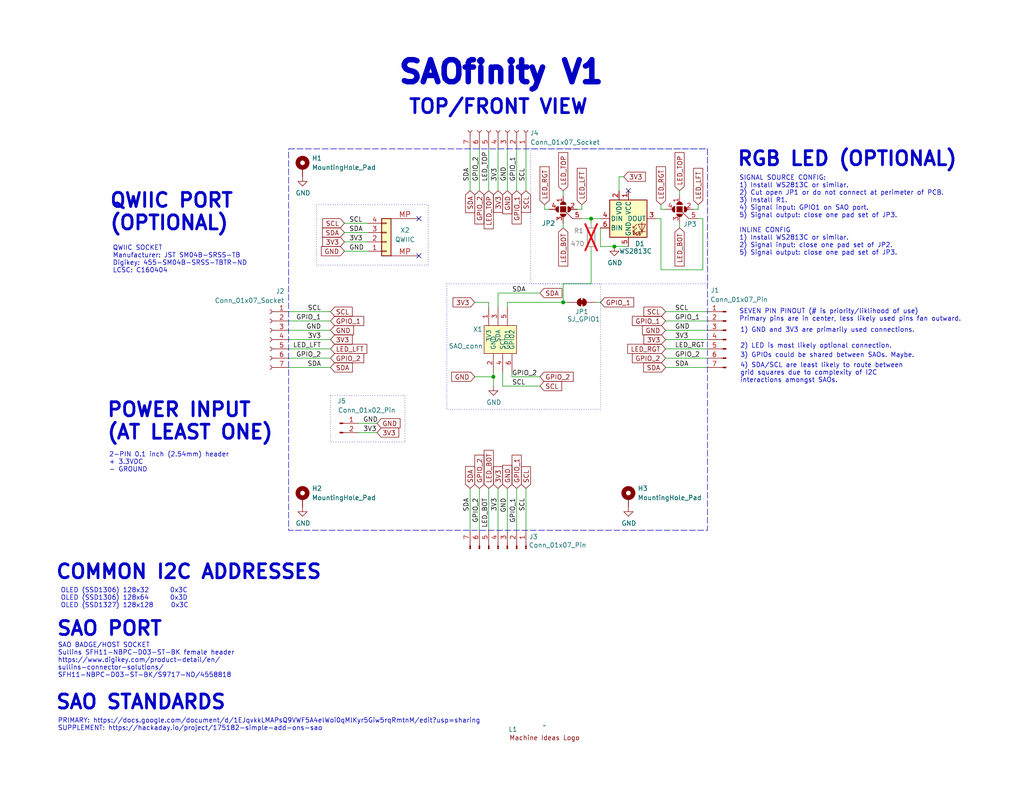
<source format=kicad_sch>
(kicad_sch (version 20231120) (generator "eeschema") (generator_version "8.0")
  (paper "A")
  (title_block (title "SAOfinity") (date "2025-09-22") (rev "1.0") (comment 1 "In collaboration with Jeremy Geppert") (comment 2 "PCB Design by Andy Geppert @ www.MachineIdeas.com") (comment 4 "All non-polarized capacitors are X7R or X5R ceramic unless otherwise noted."))
  (lib_symbols
    (symbol "ANDY_SYMBOL_LIBRARY:GND" (power) (pin_names (offset 0))
      (property "Value" "GND" (at 3.937 -1.905 0))
      (symbol "GND_0_1"
        (polyline (pts (xy 0 0) (xy 0 -1.27) (xy 1.27 -1.27) (xy 0 -2.54) (xy -1.27 -1.27) (xy 0 -1.27)))
      )
      (symbol "GND_1_1"
        (pin power_in line (at 0 0 270) (length 0) hide (name "GND") (number "1"))
      )
    )
    (symbol "ANDY_SYMBOL_LIBRARY:Machine_Ideas_Logo"
      (property "Reference" "L" (at 0 0 0))
      (symbol "Machine_Ideas_Logo_1_1"
        (text "Machine Ideas Logo" (at 8.89 -2.032 0) (effects (font (size 1.27 1.27))))
      )
    )
    (symbol "ANDY_SYMBOL_LIBRARY:SAO_conn_SFH11-NBPC-D03-ST-BK-badgelife_shitty_addon_v169bis" (pin_names (offset 1.016))
      (property "Reference" "X1" (at -8.1534 1.1938 0))
      (property "Value" "SAO_conn_SFH11-NBPC-D03-ST-BK" (at -10.6934 -18.9484 0))
      (symbol "SAO_conn_SFH11-NBPC-D03-ST-BK-badgelife_shitty_addon_v169bis_0_1"
        (rectangle (start -5.08 2.54) (end 3.81 -5.08) (fill (type background)))
      )
      (symbol "SAO_conn_SFH11-NBPC-D03-ST-BK-badgelife_shitty_addon_v169bis_1_1"
        (pin input line (at -3.81 7.62 270) (length 5.08) (name "3V3") (number "1"))
        (pin input line (at -2.54 -10.16 90) (length 5.08) (name "GND") (number "2"))
        (pin input line (at -1.27 7.62 270) (length 5.08) (name "SDA") (number "3"))
        (pin input line (at 0 -10.16 90) (length 5.08) (name "SCL") (number "4"))
        (pin input line (at 1.27 7.62 270) (length 5.08) (name "GPIO1") (number "5"))
        (pin input line (at 2.54 -10.16 90) (length 5.08) (name "GPIO2") (number "6"))
      )
    )
    (symbol "Andy_Symbols_Library:SolderJumper_5_Open" (pin_names (offset 0) hide) (exclude_from_sim yes) (in_bom no)
      (property "Reference" "JP6" (at 3.048 4.572 0))
      (property "Value" "SolderJumper_5_Open" (at 11.684 2.794 0))
      (symbol "SolderJumper_5_Open_0_1"
        (arc (start -1.2744 0.762) (mid -2.032 0) (end -1.2744 -0.762))
        (arc (start -1.2744 0.762) (mid -2.032 0) (end -1.2744 -0.762) (fill (type outline)))
        (arc (start -0.762 -1.2744) (mid 0 -2.032) (end 0.762 -1.2744))
        (arc (start -0.762 -1.2744) (mid 0 -2.032) (end 0.762 -1.2744) (fill (type outline)))
        (rectangle (start -0.762 0.762) (end 0.762 -0.762) (fill (type outline)))
        (polyline (pts (xy -1.27 0) (xy -1.27 -0.762)))
        (polyline (pts (xy -1.27 0.762) (xy -1.27 0)))
        (polyline (pts (xy -0.762 -1.27) (xy 0 -1.27)))
        (polyline (pts (xy 0 -1.27) (xy 0.762 -1.27)))
        (polyline (pts (xy 0 0) (xy 2.54 -2.54)))
        (polyline (pts (xy 0 1.27) (xy -0.762 1.27)))
        (polyline (pts (xy 0.762 1.27) (xy 0 1.27)))
        (polyline (pts (xy 1.27 -0.762) (xy 1.27 0)))
        (polyline (pts (xy 1.27 0) (xy 1.27 0.762)))
        (polyline (pts (xy 2.54 0) (xy 2.032 0)))
        (arc (start 0.762 1.2744) (mid 0 2.032) (end -0.762 1.2744))
        (arc (start 0.762 1.2744) (mid 0 2.032) (end -0.762 1.2744) (fill (type outline)))
        (arc (start 1.2744 -0.762) (mid 2.032 0) (end 1.2744 0.762))
        (arc (start 1.2744 -0.762) (mid 2.032 0) (end 1.2744 0.762) (fill (type outline)))
      )
      (symbol "SolderJumper_5_Open_1_1"
        (pin passive line (at 0 3.81 270) (length 2.54) (name "A") (number "1"))
        (pin passive line (at 3.81 0 180) (length 2.54) (name "B") (number "2"))
        (pin passive line (at 0 -3.81 90) (length 2.54) (name "C") (number "3"))
        (pin passive line (at -3.81 0 0) (length 2.54) (name "D") (number "4"))
        (pin passive line (at 5.08 -2.54 180) (length 2.54) (name "E") (number "5"))
      )
    )
    (symbol "CORE_64_LIBRARY:Connector_QWIIC_4x1_MP" (pin_names (offset 1.016) hide)
      (property "Reference" "J" (at 0 5.08 0))
      (property "Value" "Connector_QWIIC_4x1_MP" (at 0 -7.62 0))
      (symbol "Connector_QWIIC_4x1_MP_1_1"
        (rectangle (start -1.27 -4.953) (end 0 -5.207) (stroke (width 0.1524)))
        (rectangle (start -1.27 -2.413) (end 0 -2.667) (stroke (width 0.1524)))
        (rectangle (start -1.27 0.127) (end 0 -0.127) (stroke (width 0.1524)))
        (rectangle (start -1.27 2.667) (end 0 2.413) (stroke (width 0.1524)))
        (rectangle (start -1.27 3.81) (end 1.27 -6.35) (stroke (width 0.254)) (fill (type background)))
        (pin passive line (at -5.08 2.54 0) (length 3.81) (name "Pin_1") (number "1"))
        (pin passive line (at -5.08 0 0) (length 3.81) (name "Pin_2") (number "2"))
        (pin passive line (at -5.08 -2.54 0) (length 3.81) (name "Pin_3") (number "3"))
        (pin passive line (at -5.08 -5.08 0) (length 3.81) (name "Pin_4") (number "4"))
        (pin free line (at 8.89 -6.35 180) (length 7.62) (name "MP") (number "MP"))
        (pin free line (at 8.89 3.81 180) (length 7.62) (name "MP") (number "MP"))
      )
    )
    (symbol "Connector:Conn_01x02_Pin" (pin_names (offset 1.016) hide)
      (property "Reference" "J" (at 0 2.54 0))
      (property "Value" "Conn_01x02_Pin" (at 0 -5.08 0))
      (symbol "Conn_01x02_Pin_1_1"
        (polyline (pts (xy 1.27 -2.54) (xy 0.8636 -2.54)) (stroke (width 0.1524)))
        (polyline (pts (xy 1.27 0) (xy 0.8636 0)) (stroke (width 0.1524)))
        (rectangle (start 0.8636 -2.413) (end 0 -2.667) (stroke (width 0.1524)) (fill (type outline)))
        (rectangle (start 0.8636 0.127) (end 0 -0.127) (stroke (width 0.1524)) (fill (type outline)))
        (pin passive line (at 5.08 0 180) (length 3.81) (name "Pin_1") (number "1"))
        (pin passive line (at 5.08 -2.54 180) (length 3.81) (name "Pin_2") (number "2"))
      )
    )
    (symbol "Connector:Conn_01x07_Pin" (pin_names (offset 1.016) hide)
      (property "Reference" "J" (at 0 10.16 0))
      (property "Value" "Conn_01x07_Pin" (at 0 -10.16 0))
      (symbol "Conn_01x07_Pin_1_1"
        (polyline (pts (xy 1.27 -7.62) (xy 0.8636 -7.62)) (stroke (width 0.1524)))
        (polyline (pts (xy 1.27 -5.08) (xy 0.8636 -5.08)) (stroke (width 0.1524)))
        (polyline (pts (xy 1.27 -2.54) (xy 0.8636 -2.54)) (stroke (width 0.1524)))
        (polyline (pts (xy 1.27 0) (xy 0.8636 0)) (stroke (width 0.1524)))
        (polyline (pts (xy 1.27 2.54) (xy 0.8636 2.54)) (stroke (width 0.1524)))
        (polyline (pts (xy 1.27 5.08) (xy 0.8636 5.08)) (stroke (width 0.1524)))
        (polyline (pts (xy 1.27 7.62) (xy 0.8636 7.62)) (stroke (width 0.1524)))
        (rectangle (start 0.8636 -7.493) (end 0 -7.747) (stroke (width 0.1524)) (fill (type outline)))
        (rectangle (start 0.8636 -4.953) (end 0 -5.207) (stroke (width 0.1524)) (fill (type outline)))
        (rectangle (start 0.8636 -2.413) (end 0 -2.667) (stroke (width 0.1524)) (fill (type outline)))
        (rectangle (start 0.8636 0.127) (end 0 -0.127) (stroke (width 0.1524)) (fill (type outline)))
        (rectangle (start 0.8636 2.667) (end 0 2.413) (stroke (width 0.1524)) (fill (type outline)))
        (rectangle (start 0.8636 5.207) (end 0 4.953) (stroke (width 0.1524)) (fill (type outline)))
        (rectangle (start 0.8636 7.747) (end 0 7.493) (stroke (width 0.1524)) (fill (type outline)))
        (pin passive line (at 5.08 7.62 180) (length 3.81) (name "Pin_1") (number "1"))
        (pin passive line (at 5.08 5.08 180) (length 3.81) (name "Pin_2") (number "2"))
        (pin passive line (at 5.08 2.54 180) (length 3.81) (name "Pin_3") (number "3"))
        (pin passive line (at 5.08 0 180) (length 3.81) (name "Pin_4") (number "4"))
        (pin passive line (at 5.08 -2.54 180) (length 3.81) (name "Pin_5") (number "5"))
        (pin passive line (at 5.08 -5.08 180) (length 3.81) (name "Pin_6") (number "6"))
        (pin passive line (at 5.08 -7.62 180) (length 3.81) (name "Pin_7") (number "7"))
      )
    )
    (symbol "Connector:Conn_01x07_Socket" (pin_names (offset 1.016) hide)
      (property "Reference" "J" (at 0 10.16 0))
      (property "Value" "Conn_01x07_Socket" (at 0 -10.16 0))
      (symbol "Conn_01x07_Socket_1_1"
        (arc (start 0 -7.112) (mid -0.5058 -7.62) (end 0 -8.128) (stroke (width 0.1524)))
        (arc (start 0 -4.572) (mid -0.5058 -5.08) (end 0 -5.588) (stroke (width 0.1524)))
        (arc (start 0 -2.032) (mid -0.5058 -2.54) (end 0 -3.048) (stroke (width 0.1524)))
        (polyline (pts (xy -1.27 -7.62) (xy -0.508 -7.62)) (stroke (width 0.1524)))
        (polyline (pts (xy -1.27 -5.08) (xy -0.508 -5.08)) (stroke (width 0.1524)))
        (polyline (pts (xy -1.27 -2.54) (xy -0.508 -2.54)) (stroke (width 0.1524)))
        (polyline (pts (xy -1.27 0) (xy -0.508 0)) (stroke (width 0.1524)))
        (polyline (pts (xy -1.27 2.54) (xy -0.508 2.54)) (stroke (width 0.1524)))
        (polyline (pts (xy -1.27 5.08) (xy -0.508 5.08)) (stroke (width 0.1524)))
        (polyline (pts (xy -1.27 7.62) (xy -0.508 7.62)) (stroke (width 0.1524)))
        (arc (start 0 0.508) (mid -0.5058 0) (end 0 -0.508) (stroke (width 0.1524)))
        (arc (start 0 3.048) (mid -0.5058 2.54) (end 0 2.032) (stroke (width 0.1524)))
        (arc (start 0 5.588) (mid -0.5058 5.08) (end 0 4.572) (stroke (width 0.1524)))
        (arc (start 0 8.128) (mid -0.5058 7.62) (end 0 7.112) (stroke (width 0.1524)))
        (pin passive line (at -5.08 7.62 0) (length 3.81) (name "Pin_1") (number "1"))
        (pin passive line (at -5.08 5.08 0) (length 3.81) (name "Pin_2") (number "2"))
        (pin passive line (at -5.08 2.54 0) (length 3.81) (name "Pin_3") (number "3"))
        (pin passive line (at -5.08 0 0) (length 3.81) (name "Pin_4") (number "4"))
        (pin passive line (at -5.08 -2.54 0) (length 3.81) (name "Pin_5") (number "5"))
        (pin passive line (at -5.08 -5.08 0) (length 3.81) (name "Pin_6") (number "6"))
        (pin passive line (at -5.08 -7.62 0) (length 3.81) (name "Pin_7") (number "7"))
      )
    )
    (symbol "Device:R" (pin_numbers hide) (pin_names (offset 0))
      (property "Reference" "R" (at 2.032 0 90))
      (property "Value" "R" (at 0 0 90))
      (symbol "R_0_1"
        (rectangle (start -1.016 -2.54) (end 1.016 2.54) (stroke (width 0.254)))
      )
      (symbol "R_1_1"
        (pin passive line (at 0 3.81 270) (length 1.27) (name "~") (number "1"))
        (pin passive line (at 0 -3.81 90) (length 1.27) (name "~") (number "2"))
      )
    )
    (symbol "Jumper:SolderJumper_2_Bridged" (pin_numbers hide) (pin_names (offset 0) hide) (exclude_from_sim yes) (in_bom no)
      (property "Reference" "JP" (at 0 2.032 0))
      (property "Value" "SolderJumper_2_Bridged" (at 0 -2.54 0))
      (symbol "SolderJumper_2_Bridged_0_1"
        (rectangle (start -0.508 0.508) (end 0.508 -0.508) (fill (type outline)))
        (arc (start -0.254 1.016) (mid -1.2656 0) (end -0.254 -1.016))
        (arc (start -0.254 1.016) (mid -1.2656 0) (end -0.254 -1.016) (fill (type outline)))
        (polyline (pts (xy -0.254 1.016) (xy -0.254 -1.016)))
        (polyline (pts (xy 0.254 1.016) (xy 0.254 -1.016)))
        (arc (start 0.254 -1.016) (mid 1.2656 0) (end 0.254 1.016))
        (arc (start 0.254 -1.016) (mid 1.2656 0) (end 0.254 1.016) (fill (type outline)))
      )
      (symbol "SolderJumper_2_Bridged_1_1"
        (pin passive line (at -3.81 0 0) (length 2.54) (name "A") (number "1"))
        (pin passive line (at 3.81 0 180) (length 2.54) (name "B") (number "2"))
      )
    )
    (symbol "LED:WS2813" (pin_names (offset 0.254))
      (property "Reference" "D" (at 5.08 5.715 0))
      (property "Value" "WS2813" (at 1.27 -5.715 0))
      (symbol "WS2813_0_0"
        (text "RGB" (at 2.286 -4.191 0) (effects (font (size 0.762 0.762))))
      )
      (symbol "WS2813_0_1"
        (polyline (pts (xy 1.27 -3.556) (xy 1.778 -3.556)))
        (polyline (pts (xy 1.27 -2.54) (xy 1.778 -2.54)))
        (polyline (pts (xy 4.699 -3.556) (xy 2.667 -3.556)))
        (polyline (pts (xy 2.286 -2.54) (xy 1.27 -3.556) (xy 1.27 -3.048)))
        (polyline (pts (xy 2.286 -1.524) (xy 1.27 -2.54) (xy 1.27 -2.032)))
        (polyline (pts (xy 3.683 -1.016) (xy 3.683 -3.556) (xy 3.683 -4.064)))
        (polyline (pts (xy 4.699 -1.524) (xy 2.667 -1.524) (xy 3.683 -3.556) (xy 4.699 -1.524)))
        (rectangle (start 5.08 5.08) (end -5.08 -5.08) (stroke (width 0.254)) (fill (type background)))
      )
      (symbol "WS2813_1_1"
        (pin power_in line (at 0 7.62 270) (length 2.54) (name "VCC") (number "1"))
        (pin power_in line (at -2.54 7.62 270) (length 2.54) (name "VDD") (number "2"))
        (pin output line (at 7.62 0 180) (length 2.54) (name "DOUT") (number "3"))
        (pin input line (at -7.62 0 0) (length 2.54) (name "DIN") (number "4"))
        (pin power_in line (at 0 -7.62 90) (length 2.54) (name "GND") (number "5"))
        (pin input line (at -7.62 -2.54 0) (length 2.54) (name "BIN") (number "6"))
      )
    )
    (symbol "Mechanical:MountingHole_Pad" (pin_numbers hide) (pin_names (offset 1.016) hide) (exclude_from_sim yes) (in_bom no)
      (property "Reference" "H" (at 0 6.35 0))
      (property "Value" "MountingHole_Pad" (at 0 4.445 0))
      (symbol "MountingHole_Pad_0_1"
        (circle (center 0 1.27) (radius 1.27) (stroke (width 1.27)))
      )
      (symbol "MountingHole_Pad_1_1"
        (pin input line (at 0 -2.54 90) (length 2.54) (name "1") (number "1"))
      )
    )
  )
  (bus_alias "CA_SHIFT_REGISTER_BUS" (members "CM_SR_CLK" "CM_SR_LAT" "CM_SR_~{OE}" "CM_SR_SER1"))
  (bus_alias "CM_TRANSISTOR_DRIVE_BUS" (members "CM_Q1N" "CM_Q1P" "CM_Q2N" "CM_Q2P" "CM_Q3N" "CM_Q3P" "CM_Q4N" "CM_Q4P" "CM_Q5N" "CM_Q5P" "CM_Q6N" "CM_Q6P" "CM_Q7N" "CM_Q7P" "CM_Q8N" "CM_Q8P" "CM_Q9N" "CM_Q9P" "CM_Q10N" "CM_Q10P" "CA_SR_GPO_A" "CA_SR_GPO_B" "CA_SR_GPO_C" "CA_SR_GPO_D"))
  (bus_alias "GPIO_CPS_BUS" (members "GPIO1_CP1_SAO1" "GPIO2_CP2_SAO2" "GPIO3_CP3_DC" "GPIO4_CP4_CS2" "GPIO5_CP5_HS1" "GPIO6_CP6_HS2" "GPIO7_CP7_HS3" "GPIO8_CP8_HS4"))
  (bus_alias "I2C_3V3_BUS" (members "I2C_3V3_SCL" "I2C_3V3_SDA"))
  (bus_alias "SPI_3V3_BUS" (members "SPI_CD" "SPI_RESET" "SPI_SDI" "SPI_CS1" "SPI_CLK" "SPI_SDO"))
  (junction (at 161.29 59.69))
  (junction (at 167.64 67.31))
  (junction (at 134.62 102.87))
  (junction (at 153.67 82.55))
  (no_connect (at 171.45 52.07))
  (no_connect (at 114.3 59.69))
  (no_connect (at 114.3 69.85))
  (wire (pts (xy 158.75 55.88) (xy 158.75 57.15)))
  (wire (pts (xy 130.81 52.07) (xy 130.81 40.64)))
  (wire (pts (xy 137.16 105.41) (xy 137.16 101.6)))
  (wire (pts (xy 185.42 60.96) (xy 185.42 62.23)))
  (wire (pts (xy 180.34 55.88) (xy 180.34 57.15)))
  (wire (pts (xy 153.67 77.47) (xy 161.29 77.47)))
  (wire (pts (xy 191.77 59.69) (xy 191.77 73.66)))
  (wire (pts (xy 97.79 118.11) (xy 102.87 118.11)))
  (wire (pts (xy 90.17 92.71) (xy 78.74 92.71)))
  (wire (pts (xy 135.89 133.35) (xy 135.89 144.78)))
  (wire (pts (xy 90.17 87.63) (xy 78.74 87.63)))
  (wire (pts (xy 90.17 95.25) (xy 78.74 95.25)))
  (wire (pts (xy 129.54 102.87) (xy 134.62 102.87)))
  (wire (pts (xy 128.27 133.35) (xy 128.27 144.78)))
  (wire (pts (xy 149.86 57.15) (xy 148.59 57.15)))
  (wire (pts (xy 137.16 105.41) (xy 147.32 105.41)))
  (wire (pts (xy 93.98 60.96) (xy 100.33 60.96)))
  (wire (pts (xy 170.18 48.26) (xy 168.91 48.26)))
  (wire (pts (xy 135.89 52.07) (xy 135.89 40.64)))
  (wire (pts (xy 90.17 85.09) (xy 78.74 85.09)))
  (wire (pts (xy 93.98 68.58) (xy 100.33 68.58)))
  (wire (pts (xy 161.29 59.69) (xy 161.29 60.96)))
  (wire (pts (xy 161.29 59.69) (xy 163.83 59.69)))
  (wire (pts (xy 138.43 52.07) (xy 138.43 40.64)))
  (wire (pts (xy 153.67 60.96) (xy 153.67 62.23)))
  (wire (pts (xy 138.43 82.55) (xy 153.67 82.55)))
  (wire (pts (xy 93.98 66.04) (xy 100.33 66.04)))
  (wire (pts (xy 143.51 52.07) (xy 143.51 40.64)))
  (wire (pts (xy 134.62 102.87) (xy 134.62 101.6)))
  (wire (pts (xy 168.91 48.26) (xy 168.91 52.07)))
  (wire (pts (xy 158.75 59.69) (xy 161.29 59.69)))
  (wire (pts (xy 171.45 67.31) (xy 167.64 67.31)))
  (wire (pts (xy 93.98 63.5) (xy 100.33 63.5)))
  (wire (pts (xy 181.61 90.17) (xy 193.04 90.17)))
  (wire (pts (xy 90.17 97.79) (xy 78.74 97.79)))
  (wire (pts (xy 189.23 57.15) (xy 190.5 57.15)))
  (wire (pts (xy 181.61 85.09) (xy 193.04 85.09)))
  (wire (pts (xy 162.56 82.55) (xy 163.83 82.55)))
  (wire (pts (xy 181.61 87.63) (xy 193.04 87.63)))
  (wire (pts (xy 133.35 133.35) (xy 133.35 144.78)))
  (wire (pts (xy 190.5 59.69) (xy 191.77 59.69)))
  (wire (pts (xy 180.34 73.66) (xy 180.34 59.69)))
  (wire (pts (xy 128.27 52.07) (xy 128.27 40.64)))
  (wire (pts (xy 158.75 57.15) (xy 157.48 57.15)))
  (wire (pts (xy 139.7 102.87) (xy 147.32 102.87)))
  (wire (pts (xy 163.83 67.31) (xy 163.83 62.23)))
  (wire (pts (xy 181.61 95.25) (xy 193.04 95.25)))
  (wire (pts (xy 97.79 115.57) (xy 102.87 115.57)))
  (wire (pts (xy 180.34 57.15) (xy 181.61 57.15)))
  (wire (pts (xy 133.35 82.55) (xy 133.35 83.82)))
  (wire (pts (xy 153.67 77.47) (xy 153.67 82.55)))
  (wire (pts (xy 161.29 68.58) (xy 161.29 77.47)))
  (wire (pts (xy 134.62 105.41) (xy 134.62 102.87)))
  (wire (pts (xy 167.64 67.31) (xy 163.83 67.31)))
  (wire (pts (xy 139.7 101.6) (xy 139.7 102.87)))
  (wire (pts (xy 133.35 52.07) (xy 133.35 40.64)))
  (wire (pts (xy 191.77 73.66) (xy 180.34 73.66)))
  (wire (pts (xy 190.5 57.15) (xy 190.5 55.88)))
  (wire (pts (xy 140.97 52.07) (xy 140.97 40.64)))
  (wire (pts (xy 148.59 57.15) (xy 148.59 55.88)))
  (wire (pts (xy 138.43 82.55) (xy 138.43 83.82)))
  (wire (pts (xy 90.17 90.17) (xy 78.74 90.17)))
  (wire (pts (xy 143.51 133.35) (xy 143.51 144.78)))
  (wire (pts (xy 135.89 80.01) (xy 135.89 83.82)))
  (wire (pts (xy 153.67 52.07) (xy 153.67 53.34)))
  (wire (pts (xy 181.61 100.33) (xy 193.04 100.33)))
  (wire (pts (xy 130.81 133.35) (xy 130.81 144.78)))
  (wire (pts (xy 181.61 97.79) (xy 193.04 97.79)))
  (wire (pts (xy 129.54 82.55) (xy 133.35 82.55)))
  (wire (pts (xy 181.61 92.71) (xy 193.04 92.71)))
  (wire (pts (xy 138.43 133.35) (xy 138.43 144.78)))
  (wire (pts (xy 185.42 52.07) (xy 185.42 53.34)))
  (wire (pts (xy 180.34 59.69) (xy 179.07 59.69)))
  (wire (pts (xy 140.97 133.35) (xy 140.97 144.78)))
  (wire (pts (xy 135.89 80.01) (xy 147.32 80.01)))
  (wire (pts (xy 153.67 82.55) (xy 154.94 82.55)))
  (wire (pts (xy 90.17 100.33) (xy 78.74 100.33)))
  (rectangle (start 86.36 55.88) (end 116.84 72.39) (stroke (width 0) (type dot)))
  (rectangle (start 78.74 40.64) (end 193.04 144.78) (stroke (width 0) (type dash)))
  (rectangle (start 144.78 40.64) (end 193.04 77.47) (stroke (width 0) (type dot)))
  (rectangle (start 90.17 107.95) (end 110.49 120.65) (stroke (width 0) (type dot)))
  (rectangle (start 121.92 77.47) (end 163.83 111.76) (stroke (width 0) (type dot)))
  (text "RGB LED (OPTIONAL)" (at 200.914 45.72 0) (effects (font (size 3.81 3.81) (thickness 0.762) (bold yes)) (justify left bottom)))
  (text "SAO BADGE/HOST SOCKET\nSullins SFH11-NBPC-D03-ST-BK female header\nhttps://www.digikey.com/product-detail/en/\nsullins-connector-solutions/\nSFH11-NBPC-D03-ST-BK/S9717-ND/4558818" (at 15.748 185.166 0) (effects (font (size 1.27 1.27)) (justify left bottom)))
  (text "COMMON I2C ADDRESSES" (at 14.986 158.496 0) (effects (font (size 3.81 3.81) (thickness 0.762) (bold yes)) (justify left bottom)))
  (text "QWIIC SOCKET\nManufacturer: JST SM04B-SRSS-TB\nDigikey: 455-SM04B-SRSS-TBTR-ND\nLCSC: C160404" (at 30.734 74.676 0) (effects (font (size 1.27 1.27)) (justify left bottom)))
  (text "3) GPIOs could be shared between SAOs. Maybe." (at 201.93 97.79 0) (effects (font (size 1.27 1.27)) (justify left bottom)))
  (text "2) LED is most likely optional connection." (at 201.93 95.25 0) (effects (font (size 1.27 1.27)) (justify left bottom)))
  (text "4) SDA/SCL are least likely to route between\ngrid squares due to complexity of I2C \ninteractions amongst SAOs." (at 201.93 104.648 0) (effects (font (size 1.27 1.27)) (justify left bottom)))
  (text "POWER INPUT\n(AT LEAST ONE)" (at 28.956 120.396 0) (effects (font (size 3.81 3.81) (thickness 0.762) (bold yes)) (justify left bottom)))
  (text "OLED (SSD1306) 128x32      0x3C\nOLED (SSD1306) 128x64      0x3D\nOLED (SSD1327) 128x128     0x3C" (at 16.51 166.116 0) (effects (font (size 1.27 1.27)) (justify left bottom)))
  (text "SEVEN PIN PINOUT (# is priority/liklihood of use)\nPrimary pins are in center, less likely used pins fan outward." (at 201.676 87.884 0) (effects (font (size 1.27 1.27)) (justify left bottom)))
  (text "SAO STANDARDS" (at 14.986 194.056 0) (effects (font (size 3.81 3.81) (thickness 0.762) (bold yes)) (justify left bottom)))
  (text "PRIMARY: https://docs.google.com/document/d/1EJqvkkLMAPsQ9VWF5A4elWoi0qMlKyr5Giw5rqRmtnM/edit?usp=sharing\nSUPPLEMENT: https://hackaday.io/project/175182-simple-add-ons-sao\n" (at 15.748 199.644 0) (effects (font (size 1.27 1.27)) (justify left bottom)))
  (text "TOP/FRONT VIEW" (at 111.252 31.496 0) (effects (font (size 3.81 3.81) (thickness 0.762) (bold yes)) (justify left bottom)))
  (text "QWIIC PORT\n(OPTIONAL)" (at 29.718 63.246 0) (effects (font (size 3.81 3.81) (thickness 0.762) (bold yes)) (justify left bottom)))
  (text "1) GND and 3V3 are primarily used connections." (at 201.93 90.932 0) (effects (font (size 1.27 1.27)) (justify left bottom)))
  (text "2-PIN 0.1 inch (2.54mm) header\n+ 3.3VDC\n- GROUND" (at 29.718 129.032 0) (effects (font (size 1.27 1.27)) (justify left bottom)))
  (text "SAO PORT" (at 15.24 173.99 0) (effects (font (size 3.81 3.81) (thickness 0.762) (bold yes)) (justify left bottom)))
  (text "SIGNAL SOURCE CONFIG:\n1) Install WS2813C or similar.\n2) Cut open JP1 or do not connect at perimeter of PCB.\n3) Install R1.\n4) Signal input: GPIO1 on SAO port.\n5) Signal output: close one pad set of JP3.\n\nINLINE CONFIG\n1) Install WS2813C or similar.\n2) Signal input: close one pad set of JP2.\n5) Signal output: close one pad set of JP3." (at 201.676 69.85 0) (effects (font (size 1.27 1.27)) (justify left bottom)))
  (text "SAOfinity V1" (at 108.204 23.368 0) (effects (font (size 6 6) (thickness 1.6) (bold yes)) (justify left bottom)))
  (label "SDA" (at 87.63 100.33 180))
  (label "SCL" (at 143.51 49.53 90))
  (label "GPIO_1" (at 140.97 135.89 270))
  (label "SDA" (at 128.27 49.53 90))
  (label "3V3" (at 135.89 135.89 270))
  (label "GPIO_1" (at 140.97 49.53 90))
  (label "GND" (at 184.15 90.17 0))
  (label "LED_LFT" (at 87.63 95.25 180))
  (label "GPIO_2" (at 87.63 97.79 180))
  (label "GND" (at 99.06 115.57 0))
  (label "GND" (at 138.43 49.53 90))
  (label "SCL" (at 95.25 60.96 0))
  (label "SCL" (at 87.63 85.09 180))
  (label "GND" (at 87.63 90.17 180))
  (label "GPIO_2" (at 139.7 102.87 0))
  (label "SDA" (at 139.7 80.01 0))
  (label "3V3" (at 135.89 49.53 90))
  (label "LED_TOP" (at 133.35 49.53 90))
  (label "GPIO_1" (at 184.15 87.63 0))
  (label "GND" (at 138.43 135.89 270))
  (label "LED_BOT" (at 133.35 135.89 270))
  (label "GPIO_2" (at 130.81 49.53 90))
  (label "SDA" (at 184.15 100.33 0))
  (label "LED_RGT" (at 184.15 95.25 0))
  (label "GPIO_2" (at 184.15 97.79 0))
  (label "SDA" (at 128.27 135.89 270))
  (label "3V3" (at 95.25 66.04 0))
  (label "3V3" (at 87.63 92.71 180))
  (label "3V3" (at 99.06 118.11 0))
  (label "3V3" (at 184.15 92.71 0))
  (label "GPIO_1" (at 87.63 87.63 180))
  (label "GND" (at 95.25 68.58 0))
  (label "SCL" (at 184.15 85.09 0))
  (label "GPIO_2" (at 130.81 135.89 270))
  (label "SCL" (at 143.51 135.89 270))
  (label "SCL" (at 139.7 105.41 0))
  (label "SDA" (at 95.25 63.5 0))
  (global_label "SDA" (shape input) (at 128.27 52.07 270) (property "Intersheetrefs" "${INTERSHEET_REFS}" (effects (hide yes))))
  (global_label "SCL" (shape input) (at 181.61 85.09 180) (property "Intersheetrefs" "${INTERSHEET_REFS}" (effects (hide yes))))
  (global_label "GND" (shape input) (at 90.17 90.17 0) (property "Intersheetrefs" "${INTERSHEET_REFS}" (effects (hide yes))))
  (global_label "SCL" (shape input) (at 143.51 52.07 270) (property "Intersheetrefs" "${INTERSHEET_REFS}" (effects (hide yes))))
  (global_label "GPIO_2" (shape input) (at 130.81 133.35 90) (property "Intersheetrefs" "${INTERSHEET_REFS}" (effects (hide yes))))
  (global_label "GPIO_1" (shape input) (at 181.61 87.63 180) (property "Intersheetrefs" "${INTERSHEET_REFS}" (effects (hide yes))))
  (global_label "LED_TOP" (shape input) (at 133.35 52.07 270) (property "Intersheetrefs" "${INTERSHEET_REFS}" (effects (hide yes))))
  (global_label "SDA" (shape input) (at 147.32 80.01 0) (property "Intersheetrefs" "${INTERSHEET_REFS}" (effects (hide yes))))
  (global_label "LED_TOP" (shape input) (at 185.42 52.07 90) (property "Intersheetrefs" "${INTERSHEET_REFS}" (effects (hide yes))))
  (global_label "GPIO_1" (shape input) (at 140.97 133.35 90) (property "Intersheetrefs" "${INTERSHEET_REFS}" (effects (hide yes))))
  (global_label "3V3" (shape input) (at 135.89 133.35 90) (property "Intersheetrefs" "${INTERSHEET_REFS}" (effects (hide yes))))
  (global_label "SCL" (shape input) (at 143.51 133.35 90) (property "Intersheetrefs" "${INTERSHEET_REFS}" (effects (hide yes))))
  (global_label "GND" (shape input) (at 93.98 68.58 180) (property "Intersheetrefs" "${INTERSHEET_REFS}" (effects (hide yes))))
  (global_label "SCL" (shape input) (at 93.98 60.96 180) (property "Intersheetrefs" "${INTERSHEET_REFS}" (effects (hide yes))))
  (global_label "LED_LFT" (shape input) (at 190.5 55.88 90) (property "Intersheetrefs" "${INTERSHEET_REFS}" (effects (hide yes))))
  (global_label "GPIO_2" (shape input) (at 130.81 52.07 270) (property "Intersheetrefs" "${INTERSHEET_REFS}" (effects (hide yes))))
  (global_label "GPIO_2" (shape input) (at 90.17 97.79 0) (property "Intersheetrefs" "${INTERSHEET_REFS}" (effects (hide yes))))
  (global_label "3V3" (shape input) (at 93.98 66.04 180) (property "Intersheetrefs" "${INTERSHEET_REFS}" (effects (hide yes))))
  (global_label "LED_RGT" (shape input) (at 148.59 55.88 90) (property "Intersheetrefs" "${INTERSHEET_REFS}" (effects (hide yes))))
  (global_label "3V3" (shape input) (at 181.61 92.71 180) (property "Intersheetrefs" "${INTERSHEET_REFS}" (effects (hide yes))))
  (global_label "3V3" (shape input) (at 170.18 48.26 0) (property "Intersheetrefs" "${INTERSHEET_REFS}" (effects (hide yes))))
  (global_label "GPIO_1" (shape input) (at 90.17 87.63 0) (property "Intersheetrefs" "${INTERSHEET_REFS}" (effects (hide yes))))
  (global_label "LED_BOT" (shape input) (at 153.67 62.23 270) (property "Intersheetrefs" "${INTERSHEET_REFS}" (effects (hide yes))))
  (global_label "LED_RGT" (shape input) (at 180.34 55.88 90) (property "Intersheetrefs" "${INTERSHEET_REFS}" (effects (hide yes))))
  (global_label "LED_RGT" (shape input) (at 181.61 95.25 180) (property "Intersheetrefs" "${INTERSHEET_REFS}" (effects (hide yes))))
  (global_label "GND" (shape input) (at 138.43 52.07 270) (property "Intersheetrefs" "${INTERSHEET_REFS}" (effects (hide yes))))
  (global_label "SDA" (shape input) (at 90.17 100.33 0) (property "Intersheetrefs" "${INTERSHEET_REFS}" (effects (hide yes))))
  (global_label "GND" (shape input) (at 138.43 133.35 90) (property "Intersheetrefs" "${INTERSHEET_REFS}" (effects (hide yes))))
  (global_label "3V3" (shape input) (at 135.89 52.07 270) (property "Intersheetrefs" "${INTERSHEET_REFS}" (effects (hide yes))))
  (global_label "SCL" (shape input) (at 90.17 85.09 0) (property "Intersheetrefs" "${INTERSHEET_REFS}" (effects (hide yes))))
  (global_label "LED_TOP" (shape input) (at 153.67 52.07 90) (property "Intersheetrefs" "${INTERSHEET_REFS}" (effects (hide yes))))
  (global_label "LED_LFT" (shape input) (at 90.17 95.25 0) (property "Intersheetrefs" "${INTERSHEET_REFS}" (effects (hide yes))))
  (global_label "SDA" (shape input) (at 128.27 133.35 90) (property "Intersheetrefs" "${INTERSHEET_REFS}" (effects (hide yes))))
  (global_label "GPIO_1" (shape input) (at 163.83 82.55 0) (property "Intersheetrefs" "${INTERSHEET_REFS}" (effects (hide yes))))
  (global_label "GPIO_2" (shape input) (at 181.61 97.79 180) (property "Intersheetrefs" "${INTERSHEET_REFS}" (effects (hide yes))))
  (global_label "GND" (shape input) (at 102.87 115.57 0) (property "Intersheetrefs" "${INTERSHEET_REFS}" (effects (hide yes))))
  (global_label "SDA" (shape input) (at 93.98 63.5 180) (property "Intersheetrefs" "${INTERSHEET_REFS}" (effects (hide yes))))
  (global_label "LED_LFT" (shape input) (at 158.75 55.88 90) (property "Intersheetrefs" "${INTERSHEET_REFS}" (effects (hide yes))))
  (global_label "SCL" (shape input) (at 147.32 105.41 0) (property "Intersheetrefs" "${INTERSHEET_REFS}" (effects (hide yes))))
  (global_label "GPIO_2" (shape input) (at 147.32 102.87 0) (property "Intersheetrefs" "${INTERSHEET_REFS}" (effects (hide yes))))
  (global_label "GND" (shape input) (at 129.54 102.87 180) (property "Intersheetrefs" "${INTERSHEET_REFS}" (effects (hide yes))))
  (global_label "SDA" (shape input) (at 181.61 100.33 180) (property "Intersheetrefs" "${INTERSHEET_REFS}" (effects (hide yes))))
  (global_label "LED_BOT" (shape input) (at 133.35 133.35 90) (property "Intersheetrefs" "${INTERSHEET_REFS}" (effects (hide yes))))
  (global_label "3V3" (shape input) (at 129.54 82.55 180) (property "Intersheetrefs" "${INTERSHEET_REFS}" (effects (hide yes))))
  (global_label "3V3" (shape input) (at 90.17 92.71 0) (property "Intersheetrefs" "${INTERSHEET_REFS}" (effects (hide yes))))
  (global_label "GND" (shape input) (at 181.61 90.17 180) (property "Intersheetrefs" "${INTERSHEET_REFS}" (effects (hide yes))))
  (global_label "LED_BOT" (shape input) (at 185.42 62.23 270) (property "Intersheetrefs" "${INTERSHEET_REFS}" (effects (hide yes))))
  (global_label "GPIO_1" (shape input) (at 140.97 52.07 270) (property "Intersheetrefs" "${INTERSHEET_REFS}" (effects (hide yes))))
  (global_label "3V3" (shape input) (at 102.87 118.11 0) (property "Intersheetrefs" "${INTERSHEET_REFS}" (effects (hide yes))))
  (symbol (lib_id "Mechanical:MountingHole_Pad") (at 82.55 45.72 0) (unit 1) (exclude_from_sim yes) (in_bom no)
    (property "Reference" "H1" (at 85.09 43.1799 0) (effects (justify left)))
    (property "Value" "MountingHole_Pad" (at 85.09 45.7199 0) (effects (justify left)))
    (property "Footprint" "Andy_Footprint_Library:TestPoint_THTPad_D1.5mm_Drill1.0mm" (effects (hide yes)))
    (property "Description" "Mounting Hole with connection" (effects (hide yes)))
  )
  (symbol (lib_id "ANDY_SYMBOL_LIBRARY:GND") (at 134.62 105.41 0) (unit 1)
    (property "Reference" "#PWR02" (effects (hide yes)))
    (property "Value" "GND" (at 134.747 109.855 0))
  )
  (symbol (lib_id "Andy_Symbols_Library:SolderJumper_5_Open") (at 185.42 57.15 0) (unit 1) (exclude_from_sim yes) (in_bom no)
    (property "Reference" "JP3" (at 186.436 61.214 0) (effects (justify left)))
    (property "Value" "SolderJumper_5_Open" (effects (hide yes)))
    (property "Footprint" "Andy_Footprint_Library:SolderJumper-5_P1.3mm_Open_RoundedPad1.0x1.5mm_NumberLabels" (effects (hide yes)))
    (property "Description" "Solder Jumper, 5-pole, open" (effects (hide yes)))
  )
  (symbol (lib_id "Connector:Conn_01x07_Socket") (at 135.89 35.56 270) (mirror x) (unit 1)
    (property "Reference" "J4" (at 145.796 36.322 90))
    (property "Value" "Conn_01x07_Socket" (at 154.178 38.862 90))
    (property "Footprint" "Connector_PinSocket_2.54mm:PinSocket_1x07_P2.54mm_Horizontal" (effects (hide yes)))
    (property "Description" "Generic connector, single row, 01x07, script generated" (effects (hide yes)))
  )
  (symbol (lib_id "ANDY_SYMBOL_LIBRARY:Machine_Ideas_Logo") (at 139.7 199.39 0) (unit 1)
    (property "Reference" "L1" (at 139.954 199.136 0))
    (property "Value" "~" (at 148.59 198.12 0))
    (property "Footprint" "Andy_Footprint_Library:Machine_Ideas_logo" (effects (hide yes)))
  )
  (symbol (lib_id "Connector:Conn_01x07_Pin") (at 198.12 92.71 0) (mirror y) (unit 1)
    (property "Reference" "J1" (at 195.072 79.248 0))
    (property "Value" "Conn_01x07_Pin" (at 201.676 81.788 0))
    (property "Footprint" "Connector_PinHeader_2.54mm:PinHeader_1x07_P2.54mm_Horizontal" (effects (hide yes)))
    (property "Description" "Generic connector, single row, 01x07, script generated" (effects (hide yes)))
  )
  (symbol (lib_id "ANDY_SYMBOL_LIBRARY:GND") (at 171.45 138.43 0) (unit 1)
    (property "Reference" "#PWR04" (effects (hide yes)))
    (property "Value" "GND" (at 171.577 142.875 0))
  )
  (symbol (lib_id "ANDY_SYMBOL_LIBRARY:GND") (at 167.64 67.31 0) (unit 1)
    (property "Reference" "#PWR05" (effects (hide yes)))
    (property "Value" "GND" (at 167.767 71.755 0))
  )
  (symbol (lib_id "ANDY_SYMBOL_LIBRARY:SAO_conn_SFH11-NBPC-D03-ST-BK-badgelife_shitty_addon_v169bis") (at 137.16 91.44 0) (unit 1)
    (property "Reference" "X1" (at 129.032 89.916 0) (effects (justify left)))
    (property "Value" "SAO_conn" (at 122.428 94.488 0) (effects (justify left)))
    (property "Footprint" "Andy_Footprint_Library:Badgelife-SAOv169-BADGE-2x3-no-front-text-yes-front-outline" (effects (hide yes)))
    (property "Description" "CONN HDR 6POS KEYED SOCKET 0.1 T.H." (effects (hide yes)))
    (property "MPN" "SFH11-NBPC-D03-ST-BK" (effects (hide yes)))
    (property "Manufacturer_Name" "Sullins" (effects (hide yes)))
    (property "Insert?" "Yes" (effects (hide yes)))
    (property "Populate" "DNP" (effects (hide yes)))
    (property "User Optional" "yes" (effects (hide yes)))
  )
  (symbol (lib_id "ANDY_SYMBOL_LIBRARY:GND") (at 82.55 48.26 0) (unit 1)
    (property "Reference" "#PWR01" (effects (hide yes)))
    (property "Value" "GND" (at 82.677 52.705 0))
  )
  (symbol (lib_id "Andy_Symbols_Library:SolderJumper_5_Open") (at 153.67 57.15 0) (unit 1) (exclude_from_sim yes) (in_bom no)
    (property "Reference" "JP2" (at 147.828 60.96 0) (effects (justify left)))
    (property "Value" "SolderJumper_5_Open" (effects (hide yes)))
    (property "Footprint" "Andy_Footprint_Library:SolderJumper-5_P1.3mm_Open_RoundedPad1.0x1.5mm_NumberLabels" (effects (hide yes)))
    (property "Description" "Solder Jumper, 5-pole, open" (effects (hide yes)))
  )
  (symbol (lib_id "Connector:Conn_01x02_Pin") (at 92.71 115.57 0) (unit 1)
    (property "Reference" "J5" (at 93.218 109.474 0))
    (property "Value" "Conn_01x02_Pin" (at 100.076 112.014 0))
    (property "Footprint" "Connector_PinSocket_2.54mm:PinSocket_1x02_P2.54mm_Vertical" (effects (hide yes)))
    (property "Description" "Generic connector, single row, 01x02, script generated" (effects (hide yes)))
  )
  (symbol (lib_id "Connector:Conn_01x07_Pin") (at 135.89 149.86 270) (mirror x) (unit 1)
    (property "Reference" "J3" (at 145.542 146.558 90))
    (property "Value" "Conn_01x07_Pin" (at 152.146 148.844 90))
    (property "Footprint" "Connector_PinHeader_2.54mm:PinHeader_1x07_P2.54mm_Horizontal" (effects (hide yes)))
    (property "Description" "Generic connector, single row, 01x07, script generated" (effects (hide yes)))
  )
  (symbol (lib_id "Connector:Conn_01x07_Socket") (at 73.66 92.71 0) (mirror y) (unit 1)
    (property "Reference" "J2" (at 76.454 79.502 0))
    (property "Value" "Conn_01x07_Socket" (at 68.072 82.042 0))
    (property "Footprint" "Connector_PinSocket_2.54mm:PinSocket_1x07_P2.54mm_Horizontal" (effects (hide yes)))
    (property "Description" "Generic connector, single row, 01x07, script generated" (effects (hide yes)))
  )
  (symbol (lib_id "Mechanical:MountingHole_Pad") (at 82.55 135.89 0) (unit 1) (exclude_from_sim yes) (in_bom no)
    (property "Reference" "H2" (at 85.09 133.3499 0) (effects (justify left)))
    (property "Value" "MountingHole_Pad" (at 85.09 135.8899 0) (effects (justify left)))
    (property "Footprint" "Andy_Footprint_Library:TestPoint_THTPad_D1.5mm_Drill1.0mm" (effects (hide yes)))
    (property "Description" "Mounting Hole with connection" (effects (hide yes)))
  )
  (symbol (lib_id "ANDY_SYMBOL_LIBRARY:GND") (at 82.55 138.43 0) (unit 1)
    (property "Reference" "#PWR03" (effects (hide yes)))
    (property "Value" "GND" (at 82.677 142.875 0))
  )
  (symbol (lib_id "Jumper:SolderJumper_2_Bridged") (at 158.75 82.55 0) (unit 1) (exclude_from_sim yes) (in_bom no)
    (property "Reference" "JP1" (at 158.75 85.09 0))
    (property "Value" "SJ_GPIO1" (at 159.258 87.122 0))
    (property "Footprint" "Jumper:SolderJumper-2_P1.3mm_Bridged_RoundedPad1.0x1.5mm" (effects (hide yes)))
    (property "Description" "Solder Jumper, 2-pole, closed/bridged" (effects (hide yes)))
  )
  (symbol (lib_id "LED:WS2813") (at 171.45 59.69 0) (unit 1)
    (property "Reference" "D1" (at 173.228 66.548 0) (effects (justify left)))
    (property "Value" "WS2813C" (at 168.91 68.58 0) (effects (justify left)))
    (property "Footprint" "Andy_Footprint_Library:LED_WS2813_PLCC6_5.0x5.0mm_P1.6mm_Core64_Abg_Mod" (effects (hide yes)))
    (property "Datasheet" "http://www.normandled.com/upload/201605/WS2813%20LED%20Datasheet.pdf" (effects (hide yes)))
    (property "JLCPCB P/N" "C5359034" (effects (hide yes)))
    (property "INSERT?" "YES" (effects (hide yes)))
    (property "LCSC" "C5359034" (effects (hide yes)))
  )
  (symbol (lib_id "Mechanical:MountingHole_Pad") (at 171.45 135.89 0) (unit 1) (exclude_from_sim yes) (in_bom no)
    (property "Reference" "H3" (at 173.99 133.3499 0) (effects (justify left)))
    (property "Value" "MountingHole_Pad" (at 173.99 135.8899 0) (effects (justify left)))
    (property "Footprint" "Andy_Footprint_Library:TestPoint_THTPad_D1.5mm_Drill1.0mm" (effects (hide yes)))
    (property "Description" "Mounting Hole with connection" (effects (hide yes)))
  )
  (symbol (lib_id "Device:R") (at 161.29 64.77 180) (unit 1) (dnp yes)
    (property "Reference" "R1" (at 159.258 62.992 0) (effects (justify left)))
    (property "Value" "470" (at 159.512 66.548 0) (effects (justify left)))
    (property "Footprint" "Resistor_SMD:R_0805_2012Metric" (effects (hide yes)))
    (property "Description" "RES 470 OHM" (effects (hide yes)))
    (property "Value_Modifier" "10%" (effects (hide yes)))
    (property "LCSC" "C17710" (effects (hide yes)))
    (property "Insert" "NO" (effects (hide yes)))
  )
  (symbol (lib_id "CORE_64_LIBRARY:Connector_QWIIC_4x1_MP") (at 105.41 66.04 0) (mirror x) (unit 1)
    (property "Reference" "X2" (at 110.49 62.865 0))
    (property "Value" "QWIIC" (at 110.49 65.405 0))
    (property "Footprint" "Connector_JST:JST_SH_SM04B-SRSS-TB_1x04-1MP_P1.00mm_Horizontal" (effects (hide yes)))
    (property "Description" "JST_SH_SM04B-SRSS-TB_1x04" (effects (hide yes)))
    (property "LCSC" "C160404" (effects (hide yes)))
    (property "Insert" "YES" (effects (hide yes)))
    (property "Digi-Key_PN" "455-SM04B-SRSS-TBTR-ND" (effects (hide yes)))
    (property "MPN" "SM04B-SRSS-TB" (effects (hide yes)))
    (property "Manufacturer" "JST" (effects (hide yes)))
  )
)
</source>
